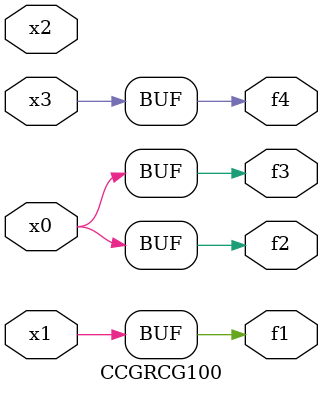
<source format=v>
module CCGRCG100(
	input x0, x1, x2, x3,
	output f1, f2, f3, f4
);
	assign f1 = x1;
	assign f2 = x0;
	assign f3 = x0;
	assign f4 = x3;
endmodule

</source>
